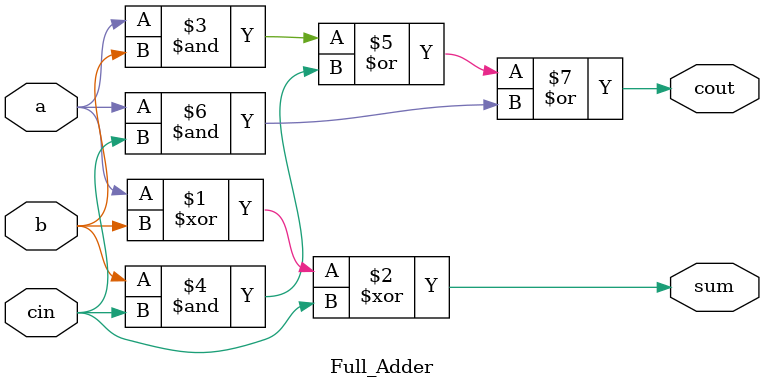
<source format=v>
module Full_Adder(
    input a, b, cin,     // 입력: 두 개의 비트 (a, b)와 캐리 입력 (cin)
    output sum, cout     // 출력: 합 (sum)과 캐리 출력 (cout)
    );

    // 합 계산 및 캐리 출력 계산
    assign sum = a ^ b ^ cin;      // 합 계산 (XOR)
    assign cout = (a & b) | (b & cin) | (a & cin);  // 캐리 출력 계산
endmodule
</source>
